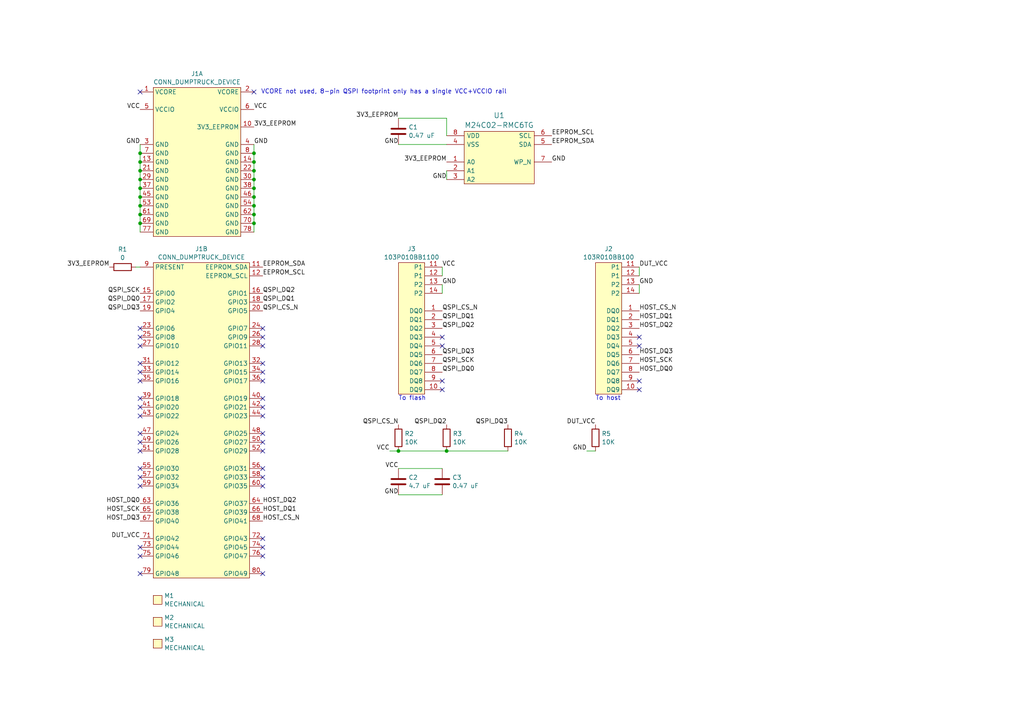
<source format=kicad_sch>
(kicad_sch (version 20231120) (generator "eeschema") (generator_version "8.0")
  (paper "A4")
  (lib_symbols
    (symbol "device:C" (pin_numbers hide) (pin_names (offset 0.254))
      (property "Reference" "C" (at 0.635 2.54 0))
      (property "Value" "C" (at 0.635 -2.54 0))
      (symbol "C_0_1"
        (polyline (pts (xy -2.032 -0.762) (xy 2.032 -0.762)) (stroke (width 0.508)))
        (polyline (pts (xy -2.032 0.762) (xy 2.032 0.762)) (stroke (width 0.508)))
      )
      (symbol "C_1_1"
        (pin passive line (at 0 3.81 270) (length 2.794) (name "~") (number "1"))
        (pin passive line (at 0 -3.81 90) (length 2.794) (name "~") (number "2"))
      )
    )
    (symbol "device:R" (pin_numbers hide) (pin_names (offset 0))
      (property "Reference" "R" (at 2.032 0 90))
      (property "Value" "R" (at 0 0 90))
      (symbol "R_0_1"
        (rectangle (start -1.016 -2.54) (end 1.016 2.54) (stroke (width 0.254)))
      )
      (symbol "R_1_1"
        (pin passive line (at 0 3.81 270) (length 1.27) (name "~") (number "1"))
        (pin passive line (at 0 -3.81 90) (length 1.27) (name "~") (number "2"))
      )
    )
    (symbol "memory-azonenberg:24Cxx-DFN8" (pin_names (offset 0.762))
      (property "Reference" "U" (at 13.97 16.51 0))
      (property "Value" "24Cxx-DFN8" (at 17.78 -1.27 0))
      (symbol "24Cxx-DFN8_1_1"
        (rectangle (start 0 0) (end 20.32 15.24) (fill (type background)))
        (pin input line (at -5.08 6.35 0) (length 5.08) (name "A0") (number "1"))
        (pin input line (at -5.08 3.81 0) (length 5.08) (name "A1") (number "2"))
        (pin input line (at -5.08 1.27 0) (length 5.08) (name "A2") (number "3"))
        (pin power_in line (at -5.08 11.43 0) (length 5.08) (name "VSS") (number "4"))
        (pin bidirectional line (at 25.4 11.43 180) (length 5.08) (name "SDA") (number "5"))
        (pin input line (at 25.4 13.97 180) (length 5.08) (name "SCL") (number "6"))
        (pin input line (at 25.4 6.35 180) (length 5.08) (name "WP_N") (number "7"))
        (pin power_in line (at -5.08 13.97 0) (length 5.08) (name "VDD") (number "8"))
      )
    )
    (symbol "special-azonenberg:CONN_AMPHENOL_103P010BB100_PWRIN"
      (property "Reference" "J" (at 0 -3.048 0))
      (property "Value" "103P010BB1100" (at 0 -1.27 0))
      (symbol "CONN_AMPHENOL_103P010BB100_PWRIN_1_1"
        (rectangle (start 0 38.1) (end 7.62 0) (fill (type background)))
        (pin bidirectional line (at -5.08 24.13 0) (length 5.08) (name "DQ0") (number "1"))
        (pin bidirectional line (at -5.08 1.27 0) (length 5.08) (name "DQ9") (number "10"))
        (pin power_in line (at -5.08 36.83 0) (length 5.08) (name "P1") (number "11"))
        (pin power_in line (at -5.08 34.29 0) (length 5.08) (name "P1") (number "12"))
        (pin power_in line (at -5.08 31.75 0) (length 5.08) (name "P2") (number "13"))
        (pin power_in line (at -5.08 29.21 0) (length 5.08) (name "P2") (number "14"))
        (pin bidirectional line (at -5.08 21.59 0) (length 5.08) (name "DQ1") (number "2"))
        (pin bidirectional line (at -5.08 19.05 0) (length 5.08) (name "DQ2") (number "3"))
        (pin bidirectional line (at -5.08 16.51 0) (length 5.08) (name "DQ3") (number "4"))
        (pin bidirectional line (at -5.08 13.97 0) (length 5.08) (name "DQ4") (number "5"))
        (pin bidirectional line (at -5.08 11.43 0) (length 5.08) (name "DQ5") (number "6"))
        (pin bidirectional line (at -5.08 8.89 0) (length 5.08) (name "DQ6") (number "7"))
        (pin bidirectional line (at -5.08 6.35 0) (length 5.08) (name "DQ7") (number "8"))
        (pin bidirectional line (at -5.08 3.81 0) (length 5.08) (name "DQ8") (number "9"))
      )
    )
    (symbol "special-azonenberg:CONN_AMPHENOL_103R010BB100_PWROUT"
      (property "Reference" "J" (at 0 -3.048 0))
      (property "Value" "103R010BB100" (at 0 -1.27 0))
      (symbol "CONN_AMPHENOL_103R010BB100_PWROUT_1_1"
        (rectangle (start 0 38.1) (end 7.62 0) (fill (type background)))
        (pin bidirectional line (at -5.08 24.13 0) (length 5.08) (name "DQ0") (number "1"))
        (pin bidirectional line (at -5.08 1.27 0) (length 5.08) (name "DQ9") (number "10"))
        (pin power_out line (at -5.08 36.83 0) (length 5.08) (name "P1") (number "11"))
        (pin power_in line (at -5.08 34.29 0) (length 5.08) (name "P1") (number "12"))
        (pin power_out line (at -5.08 31.75 0) (length 5.08) (name "P2") (number "13"))
        (pin power_in line (at -5.08 29.21 0) (length 5.08) (name "P2") (number "14"))
        (pin bidirectional line (at -5.08 21.59 0) (length 5.08) (name "DQ1") (number "2"))
        (pin bidirectional line (at -5.08 19.05 0) (length 5.08) (name "DQ2") (number "3"))
        (pin bidirectional line (at -5.08 16.51 0) (length 5.08) (name "DQ3") (number "4"))
        (pin bidirectional line (at -5.08 13.97 0) (length 5.08) (name "DQ4") (number "5"))
        (pin bidirectional line (at -5.08 11.43 0) (length 5.08) (name "DQ5") (number "6"))
        (pin bidirectional line (at -5.08 8.89 0) (length 5.08) (name "DQ6") (number "7"))
        (pin bidirectional line (at -5.08 6.35 0) (length 5.08) (name "DQ7") (number "8"))
        (pin bidirectional line (at -5.08 3.81 0) (length 5.08) (name "DQ8") (number "9"))
      )
    )
    (symbol "special-azonenberg:CONN_DUMPTRUCK_DEVICE"
      (property "Reference" "J" (at 0 -3.048 0))
      (property "Value" "CONN_DUMPTRUCK_DEVICE" (at -0.508 -5.334 0))
      (symbol "CONN_DUMPTRUCK_DEVICE_1_1"
        (rectangle (start 0 43.18) (end 25.4 0) (fill (type background)))
        (pin power_in line (at -3.81 41.91 0) (length 3.81) (name "VCORE") (number "1"))
        (pin power_out line (at 29.21 31.75 180) (length 3.81) (name "3V3_EEPROM") (number "10"))
        (pin power_in line (at -3.81 21.59 0) (length 3.81) (name "GND") (number "13"))
        (pin power_in line (at 29.21 21.59 180) (length 3.81) (name "GND") (number "14"))
        (pin power_out line (at 29.21 41.91 180) (length 3.81) (name "VCORE") (number "2"))
        (pin power_in line (at -3.81 19.05 0) (length 3.81) (name "GND") (number "21"))
        (pin power_in line (at 29.21 19.05 180) (length 3.81) (name "GND") (number "22"))
        (pin power_in line (at -3.81 16.51 0) (length 3.81) (name "GND") (number "29"))
        (pin power_in line (at -3.81 26.67 0) (length 3.81) (name "GND") (number "3"))
        (pin power_in line (at 29.21 16.51 180) (length 3.81) (name "GND") (number "30"))
        (pin power_in line (at -3.81 13.97 0) (length 3.81) (name "GND") (number "37"))
        (pin power_in line (at 29.21 13.97 180) (length 3.81) (name "GND") (number "38"))
        (pin power_out line (at 29.21 26.67 180) (length 3.81) (name "GND") (number "4"))
        (pin power_in line (at -3.81 11.43 0) (length 3.81) (name "GND") (number "45"))
        (pin power_in line (at 29.21 11.43 180) (length 3.81) (name "GND") (number "46"))
        (pin power_in line (at -3.81 36.83 0) (length 3.81) (name "VCCIO") (number "5"))
        (pin power_in line (at -3.81 8.89 0) (length 3.81) (name "GND") (number "53"))
        (pin power_in line (at 29.21 8.89 180) (length 3.81) (name "GND") (number "54"))
        (pin power_out line (at 29.21 36.83 180) (length 3.81) (name "VCCIO") (number "6"))
        (pin power_in line (at -3.81 6.35 0) (length 3.81) (name "GND") (number "61"))
        (pin power_in line (at 29.21 6.35 180) (length 3.81) (name "GND") (number "62"))
        (pin power_in line (at -3.81 3.81 0) (length 3.81) (name "GND") (number "69"))
        (pin power_in line (at -3.81 24.13 0) (length 3.81) (name "GND") (number "7"))
        (pin power_in line (at 29.21 3.81 180) (length 3.81) (name "GND") (number "70"))
        (pin power_in line (at -3.81 1.27 0) (length 3.81) (name "GND") (number "77"))
        (pin power_in line (at 29.21 1.27 180) (length 3.81) (name "GND") (number "78"))
        (pin power_in line (at 29.21 24.13 180) (length 3.81) (name "GND") (number "8"))
      )
      (symbol "CONN_DUMPTRUCK_DEVICE_2_1"
        (rectangle (start 0 91.44) (end 27.94 0) (fill (type background)))
        (pin bidirectional line (at 31.75 90.17 180) (length 3.81) (name "EEPROM_SDA") (number "11"))
        (pin bidirectional line (at 31.75 87.63 180) (length 3.81) (name "EEPROM_SCL") (number "12"))
        (pin bidirectional line (at -3.81 82.55 0) (length 3.81) (name "GPIO0") (number "15"))
        (pin bidirectional line (at 31.75 82.55 180) (length 3.81) (name "GPIO1") (number "16"))
        (pin bidirectional line (at -3.81 80.01 0) (length 3.81) (name "GPIO2") (number "17"))
        (pin bidirectional line (at 31.75 80.01 180) (length 3.81) (name "GPIO3") (number "18"))
        (pin bidirectional line (at -3.81 77.47 0) (length 3.81) (name "GPIO4") (number "19"))
        (pin bidirectional line (at 31.75 77.47 180) (length 3.81) (name "GPIO5") (number "20"))
        (pin bidirectional line (at -3.81 72.39 0) (length 3.81) (name "GPIO6") (number "23"))
        (pin bidirectional line (at 31.75 72.39 180) (length 3.81) (name "GPIO7") (number "24"))
        (pin bidirectional line (at -3.81 69.85 0) (length 3.81) (name "GPIO8") (number "25"))
        (pin bidirectional line (at 31.75 69.85 180) (length 3.81) (name "GPIO9") (number "26"))
        (pin bidirectional line (at -3.81 67.31 0) (length 3.81) (name "GPIO10") (number "27"))
        (pin bidirectional line (at 31.75 67.31 180) (length 3.81) (name "GPIO11") (number "28"))
        (pin bidirectional line (at -3.81 62.23 0) (length 3.81) (name "GPIO12") (number "31"))
        (pin bidirectional line (at 31.75 62.23 180) (length 3.81) (name "GPIO13") (number "32"))
        (pin bidirectional line (at -3.81 59.69 0) (length 3.81) (name "GPIO14") (number "33"))
        (pin bidirectional line (at 31.75 59.69 180) (length 3.81) (name "GPIO15") (number "34"))
        (pin bidirectional line (at -3.81 57.15 0) (length 3.81) (name "GPIO16") (number "35"))
        (pin bidirectional line (at 31.75 57.15 180) (length 3.81) (name "GPIO17") (number "36"))
        (pin bidirectional line (at -3.81 52.07 0) (length 3.81) (name "GPIO18") (number "39"))
        (pin bidirectional line (at 31.75 52.07 180) (length 3.81) (name "GPIO19") (number "40"))
        (pin bidirectional line (at -3.81 49.53 0) (length 3.81) (name "GPIO20") (number "41"))
        (pin bidirectional line (at 31.75 49.53 180) (length 3.81) (name "GPIO21") (number "42"))
        (pin bidirectional line (at -3.81 46.99 0) (length 3.81) (name "GPIO22") (number "43"))
        (pin bidirectional line (at 31.75 46.99 180) (length 3.81) (name "GPIO23") (number "44"))
        (pin bidirectional line (at -3.81 41.91 0) (length 3.81) (name "GPIO24") (number "47"))
        (pin bidirectional line (at 31.75 41.91 180) (length 3.81) (name "GPIO25") (number "48"))
        (pin bidirectional line (at -3.81 39.37 0) (length 3.81) (name "GPIO26") (number "49"))
        (pin bidirectional line (at 31.75 39.37 180) (length 3.81) (name "GPIO27") (number "50"))
        (pin bidirectional line (at -3.81 36.83 0) (length 3.81) (name "GPIO28") (number "51"))
        (pin bidirectional line (at 31.75 36.83 180) (length 3.81) (name "GPIO29") (number "52"))
        (pin bidirectional line (at -3.81 31.75 0) (length 3.81) (name "GPIO30") (number "55"))
        (pin bidirectional line (at 31.75 31.75 180) (length 3.81) (name "GPIO31") (number "56"))
        (pin bidirectional line (at -3.81 29.21 0) (length 3.81) (name "GPIO32") (number "57"))
        (pin bidirectional line (at 31.75 29.21 180) (length 3.81) (name "GPIO33") (number "58"))
        (pin bidirectional line (at -3.81 26.67 0) (length 3.81) (name "GPIO34") (number "59"))
        (pin bidirectional line (at 31.75 26.67 180) (length 3.81) (name "GPIO35") (number "60"))
        (pin bidirectional line (at -3.81 21.59 0) (length 3.81) (name "GPIO36") (number "63"))
        (pin bidirectional line (at 31.75 21.59 180) (length 3.81) (name "GPIO37") (number "64"))
        (pin bidirectional line (at -3.81 19.05 0) (length 3.81) (name "GPIO38") (number "65"))
        (pin bidirectional line (at 31.75 19.05 180) (length 3.81) (name "GPIO39") (number "66"))
        (pin bidirectional line (at -3.81 16.51 0) (length 3.81) (name "GPIO40") (number "67"))
        (pin bidirectional line (at 31.75 16.51 180) (length 3.81) (name "GPIO41") (number "68"))
        (pin bidirectional line (at -3.81 11.43 0) (length 3.81) (name "GPIO42") (number "71"))
        (pin bidirectional line (at 31.75 11.43 180) (length 3.81) (name "GPIO43") (number "72"))
        (pin bidirectional line (at -3.81 8.89 0) (length 3.81) (name "GPIO44") (number "73"))
        (pin bidirectional line (at 31.75 8.89 180) (length 3.81) (name "GPIO45") (number "74"))
        (pin bidirectional line (at -3.81 6.35 0) (length 3.81) (name "GPIO46") (number "75"))
        (pin bidirectional line (at 31.75 6.35 180) (length 3.81) (name "GPIO47") (number "76"))
        (pin bidirectional line (at -3.81 1.27 0) (length 3.81) (name "GPIO48") (number "79"))
        (pin bidirectional line (at 31.75 1.27 180) (length 3.81) (name "GPIO49") (number "80"))
        (pin bidirectional line (at -3.81 90.17 0) (length 3.81) (name "PRESENT") (number "9"))
      )
    )
    (symbol "special-azonenberg:MECHANICAL" (pin_names (offset 1.016))
      (property "Reference" "M" (at 0 -2.54 0))
      (property "Value" "MECHANICAL" (at 0 -5.08 0))
      (symbol "MECHANICAL_0_1"
        (rectangle (start 0 1.27) (end 2.54 -1.27) (fill (type background)))
      )
    )
  )
  (junction (at 40.64 57.15))
  (junction (at 73.66 59.69))
  (junction (at 73.66 46.99))
  (junction (at 73.66 44.45))
  (junction (at 40.64 62.23))
  (junction (at 40.64 46.99))
  (junction (at 40.64 54.61))
  (junction (at 40.64 44.45))
  (junction (at 115.57 130.81))
  (junction (at 73.66 62.23))
  (junction (at 73.66 54.61))
  (junction (at 40.64 52.07))
  (junction (at 129.54 130.81))
  (junction (at 73.66 64.77))
  (junction (at 73.66 57.15))
  (junction (at 73.66 52.07))
  (junction (at 40.64 59.69))
  (junction (at 73.66 49.53))
  (junction (at 40.64 49.53))
  (junction (at 40.64 64.77))
  (no_connect (at 76.2 156.21))
  (no_connect (at 76.2 128.27))
  (no_connect (at 128.27 113.03))
  (no_connect (at 40.64 118.11))
  (no_connect (at 73.66 26.67))
  (no_connect (at 40.64 135.89))
  (no_connect (at 40.64 105.41))
  (no_connect (at 128.27 110.49))
  (no_connect (at 76.2 118.11))
  (no_connect (at 185.42 97.79))
  (no_connect (at 40.64 110.49))
  (no_connect (at 40.64 130.81))
  (no_connect (at 76.2 115.57))
  (no_connect (at 185.42 110.49))
  (no_connect (at 76.2 166.37))
  (no_connect (at 185.42 100.33))
  (no_connect (at 76.2 158.75))
  (no_connect (at 40.64 138.43))
  (no_connect (at 128.27 97.79))
  (no_connect (at 185.42 113.03))
  (no_connect (at 40.64 97.79))
  (no_connect (at 76.2 130.81))
  (no_connect (at 76.2 95.25))
  (no_connect (at 40.64 158.75))
  (no_connect (at 40.64 140.97))
  (no_connect (at 40.64 26.67))
  (no_connect (at 40.64 161.29))
  (no_connect (at 76.2 140.97))
  (no_connect (at 40.64 115.57))
  (no_connect (at 40.64 95.25))
  (no_connect (at 76.2 107.95))
  (no_connect (at 76.2 135.89))
  (no_connect (at 76.2 105.41))
  (no_connect (at 40.64 107.95))
  (no_connect (at 40.64 125.73))
  (no_connect (at 76.2 97.79))
  (no_connect (at 40.64 128.27))
  (no_connect (at 128.27 100.33))
  (no_connect (at 76.2 100.33))
  (no_connect (at 40.64 120.65))
  (no_connect (at 76.2 110.49))
  (no_connect (at 76.2 161.29))
  (no_connect (at 76.2 138.43))
  (no_connect (at 76.2 125.73))
  (no_connect (at 40.64 100.33))
  (no_connect (at 40.64 166.37))
  (no_connect (at 76.2 120.65))
  (wire (pts (xy 40.64 59.69) (xy 40.64 62.23)))
  (wire (pts (xy 40.64 41.91) (xy 40.64 44.45)))
  (wire (pts (xy 73.66 52.07) (xy 73.66 54.61)))
  (wire (pts (xy 73.66 54.61) (xy 73.66 57.15)))
  (wire (pts (xy 73.66 62.23) (xy 73.66 64.77)))
  (wire (pts (xy 73.66 64.77) (xy 73.66 67.31)))
  (wire (pts (xy 73.66 46.99) (xy 73.66 49.53)))
  (wire (pts (xy 40.64 57.15) (xy 40.64 59.69)))
  (wire (pts (xy 129.54 49.53) (xy 129.54 52.07)))
  (wire (pts (xy 115.57 34.29) (xy 129.54 34.29)))
  (wire (pts (xy 115.57 143.51) (xy 128.27 143.51)))
  (wire (pts (xy 39.37 77.47) (xy 40.64 77.47)))
  (wire (pts (xy 73.66 57.15) (xy 73.66 59.69)))
  (wire (pts (xy 40.64 54.61) (xy 40.64 57.15)))
  (wire (pts (xy 128.27 82.55) (xy 128.27 85.09)))
  (wire (pts (xy 115.57 41.91) (xy 129.54 41.91)))
  (wire (pts (xy 73.66 59.69) (xy 73.66 62.23)))
  (wire (pts (xy 170.18 130.81) (xy 172.72 130.81)))
  (wire (pts (xy 73.66 49.53) (xy 73.66 52.07)))
  (wire (pts (xy 185.42 77.47) (xy 185.42 80.01)))
  (wire (pts (xy 40.64 64.77) (xy 40.64 67.31)))
  (wire (pts (xy 129.54 34.29) (xy 129.54 39.37)))
  (wire (pts (xy 40.64 46.99) (xy 40.64 49.53)))
  (wire (pts (xy 185.42 82.55) (xy 185.42 85.09)))
  (wire (pts (xy 40.64 62.23) (xy 40.64 64.77)))
  (wire (pts (xy 40.64 44.45) (xy 40.64 46.99)))
  (wire (pts (xy 128.27 77.47) (xy 128.27 80.01)))
  (wire (pts (xy 73.66 41.91) (xy 73.66 44.45)))
  (wire (pts (xy 115.57 135.89) (xy 128.27 135.89)))
  (wire (pts (xy 40.64 52.07) (xy 40.64 54.61)))
  (wire (pts (xy 113.03 130.81) (xy 115.57 130.81)))
  (wire (pts (xy 115.57 130.81) (xy 129.54 130.81)))
  (wire (pts (xy 73.66 44.45) (xy 73.66 46.99)))
  (wire (pts (xy 40.64 49.53) (xy 40.64 52.07)))
  (wire (pts (xy 129.54 130.81) (xy 147.32 130.81)))
  (text "To host" (at 172.72 115.57 0) (effects (font (size 1.27 1.27)) (justify left)))
  (text "VCORE not used, 8-pin QSPI footprint only has a single VCC+VCCIO rail" (at 75.692 26.67 0) (effects (font (size 1.27 1.27)) (justify left)))
  (text "To flash" (at 115.57 115.57 0) (effects (font (size 1.27 1.27)) (justify left)))
  (label "QSPI_DQ0" (at 128.27 107.95 0))
  (label "DUT_VCC" (at 40.64 156.21 180))
  (label "HOST_CS_N" (at 76.2 151.13 0))
  (label "3V3_EEPROM" (at 31.75 77.47 180))
  (label "VCC" (at 73.66 31.75 0))
  (label "GND" (at 115.57 143.51 180))
  (label "EEPROM_SDA" (at 160.02 41.91 0))
  (label "EEPROM_SCL" (at 160.02 39.37 0))
  (label "QSPI_CS_N" (at 76.2 90.17 0))
  (label "QSPI_DQ1" (at 128.27 92.71 0))
  (label "HOST_DQ2" (at 185.42 95.25 0))
  (label "GND" (at 40.64 41.91 180))
  (label "QSPI_DQ0" (at 40.64 87.63 180))
  (label "VCC" (at 128.27 77.47 0))
  (label "HOST_DQ0" (at 185.42 107.95 0))
  (label "GND" (at 128.27 82.55 0))
  (label "GND" (at 160.02 46.99 0))
  (label "QSPI_DQ2" (at 76.2 85.09 0))
  (label "HOST_DQ1" (at 185.42 92.71 0))
  (label "QSPI_DQ2" (at 128.27 95.25 0))
  (label "HOST_DQ3" (at 40.64 151.13 180))
  (label "QSPI_SCK" (at 40.64 85.09 180))
  (label "VCC" (at 113.03 130.81 180))
  (label "QSPI_DQ1" (at 76.2 87.63 0))
  (label "DUT_VCC" (at 185.42 77.47 0))
  (label "QSPI_CS_N" (at 128.27 90.17 0))
  (label "GND" (at 129.54 52.07 180))
  (label "EEPROM_SCL" (at 76.2 80.01 0))
  (label "QSPI_DQ3" (at 128.27 102.87 0))
  (label "HOST_DQ1" (at 76.2 148.59 0))
  (label "QSPI_DQ2" (at 129.54 123.19 180))
  (label "HOST_DQ0" (at 40.64 146.05 180))
  (label "3V3_EEPROM" (at 73.66 36.83 0))
  (label "GND" (at 170.18 130.81 180))
  (label "QSPI_CS_N" (at 115.57 123.19 180))
  (label "3V3_EEPROM" (at 129.54 46.99 180))
  (label "EEPROM_SDA" (at 76.2 77.47 0))
  (label "HOST_SCK" (at 40.64 148.59 180))
  (label "QSPI_DQ3" (at 40.64 90.17 180))
  (label "GND" (at 185.42 82.55 0))
  (label "HOST_CS_N" (at 185.42 90.17 0))
  (label "VCC" (at 115.57 135.89 180))
  (label "HOST_DQ2" (at 76.2 146.05 0))
  (label "HOST_SCK" (at 185.42 105.41 0))
  (label "GND" (at 73.66 41.91 0))
  (label "VCC" (at 40.64 31.75 180))
  (label "HOST_DQ3" (at 185.42 102.87 0))
  (label "QSPI_SCK" (at 128.27 105.41 0))
  (label "GND" (at 115.57 41.91 180))
  (label "3V3_EEPROM" (at 115.57 34.29 180))
  (label "DUT_VCC" (at 172.72 123.19 180))
  (label "QSPI_DQ3" (at 147.32 123.19 180))
  (symbol (lib_id "special-azonenberg:MECHANICAL") (at 44.45 173.99 0) (unit 1)
    (property "Reference" "M1" (at 47.625 172.7778 0) (effects (justify left)))
    (property "Value" "MECHANICAL" (at 47.625 175.2021 0) (effects (justify left)))
    (property "Footprint" "w_logo:Logo_silk_ROHS_5x2.8mm" (effects (hide yes)))
  )
  (symbol (lib_id "device:C") (at 115.57 139.7 0) (unit 1)
    (property "Reference" "C2" (at 118.491 138.4878 0) (effects (justify left)))
    (property "Value" "4.7 uF" (at 118.491 140.9121 0) (effects (justify left)))
    (property "Footprint" "azonenberg_pcb:EIA_0603_CAP_NOSILK" (effects (hide yes)))
    (property "Description" "Unpolarized capacitor" (effects (hide yes)))
  )
  (symbol (lib_id "special-azonenberg:CONN_AMPHENOL_103R010BB100_PWROUT") (at 180.34 114.3 0) (mirror y) (unit 1)
    (property "Reference" "J2" (at 176.53 72.1825 0))
    (property "Value" "103R010BB100" (at 176.53 74.6068 0))
    (property "Footprint" "azonenberg_pcb:CONN_AMPHENOL_103R010BB100" (effects (hide yes)))
  )
  (symbol (lib_id "device:R") (at 129.54 127 0) (unit 1)
    (property "Reference" "R3" (at 131.318 125.7878 0) (effects (justify left)))
    (property "Value" "10K" (at 131.318 128.2121 0) (effects (justify left)))
    (property "Footprint" "azonenberg_pcb:EIA_0402_RES_NOSILK" (effects (hide yes)))
    (property "Description" "Resistor" (effects (hide yes)))
  )
  (symbol (lib_id "device:R") (at 172.72 127 0) (unit 1)
    (property "Reference" "R5" (at 174.498 125.7878 0) (effects (justify left)))
    (property "Value" "10K" (at 174.498 128.2121 0) (effects (justify left)))
    (property "Footprint" "azonenberg_pcb:EIA_0402_RES_NOSILK" (effects (hide yes)))
    (property "Description" "Resistor" (effects (hide yes)))
  )
  (symbol (lib_id "special-azonenberg:CONN_AMPHENOL_103P010BB100_PWRIN") (at 123.19 114.3 0) (mirror y) (unit 1)
    (property "Reference" "J3" (at 119.38 72.1825 0))
    (property "Value" "103P010BB1100" (at 119.38 74.6068 0))
    (property "Footprint" "azonenberg_pcb:CONN_AMPHENOL_103P010BB100" (effects (hide yes)))
  )
  (symbol (lib_id "device:C") (at 128.27 139.7 0) (unit 1)
    (property "Reference" "C3" (at 131.191 138.4878 0) (effects (justify left)))
    (property "Value" "0.47 uF" (at 131.191 140.9121 0) (effects (justify left)))
    (property "Footprint" "azonenberg_pcb:EIA_0402_CAP_NOSILK" (effects (hide yes)))
    (property "Description" "Unpolarized capacitor" (effects (hide yes)))
  )
  (symbol (lib_id "device:R") (at 115.57 127 0) (unit 1)
    (property "Reference" "R2" (at 117.348 125.7878 0) (effects (justify left)))
    (property "Value" "10K" (at 117.348 128.2121 0) (effects (justify left)))
    (property "Footprint" "azonenberg_pcb:EIA_0402_RES_NOSILK" (effects (hide yes)))
    (property "Description" "Resistor" (effects (hide yes)))
  )
  (symbol (lib_id "special-azonenberg:MECHANICAL") (at 44.45 186.69 0) (unit 1)
    (property "Reference" "M3" (at 47.625 185.4778 0) (effects (justify left)))
    (property "Value" "MECHANICAL" (at 47.625 187.9021 0) (effects (justify left)))
    (property "Footprint" "w_logo:Logo_silk_WEEE_3.4x5mm" (effects (hide yes)))
  )
  (symbol (lib_id "memory-azonenberg:24Cxx-DFN8") (at 134.62 53.34 0) (unit 1)
    (property "Reference" "U1" (at 144.78 33.4696 0) (effects (font (size 1.524 1.524))))
    (property "Value" "M24C02-RMC6TG" (at 144.78 36.3025 0) (effects (font (size 1.524 1.524))))
    (property "Footprint" "azonenberg_pcb:DFN_8_0.5MM_2x3MM_TALL" (effects (hide yes)))
    (property "Description" "I2C Serial EEPROM with MAC address" (effects (hide yes)))
  )
  (symbol (lib_id "special-azonenberg:CONN_DUMPTRUCK_DEVICE") (at 44.45 167.64 0) (unit 2)
    (property "Reference" "J1" (at 58.42 72.1825 0))
    (property "Value" "CONN_DUMPTRUCK_DEVICE" (at 58.42 74.6068 0))
    (property "Footprint" "azonenberg_pcb:CONN_SAMTEC_BSE-040-01-L-D-A-TR" (effects (hide yes)))
  )
  (symbol (lib_id "device:R") (at 147.32 127 0) (unit 1)
    (property "Reference" "R4" (at 149.098 125.7878 0) (effects (justify left)))
    (property "Value" "10K" (at 149.098 128.2121 0) (effects (justify left)))
    (property "Footprint" "azonenberg_pcb:EIA_0402_RES_NOSILK" (effects (hide yes)))
    (property "Description" "Resistor" (effects (hide yes)))
  )
  (symbol (lib_id "special-azonenberg:CONN_DUMPTRUCK_DEVICE") (at 44.45 68.58 0) (unit 1)
    (property "Reference" "J1" (at 57.15 21.3825 0))
    (property "Value" "CONN_DUMPTRUCK_DEVICE" (at 57.15 23.8068 0))
    (property "Footprint" "azonenberg_pcb:CONN_SAMTEC_BSE-040-01-L-D-A-TR" (effects (hide yes)))
  )
  (symbol (lib_id "special-azonenberg:MECHANICAL") (at 44.45 180.34 0) (unit 1)
    (property "Reference" "M2" (at 47.625 179.1278 0) (effects (justify left)))
    (property "Value" "MECHANICAL" (at 47.625 181.5521 0) (effects (justify left)))
    (property "Footprint" "w_logo:Logo_silk_OSHW_6x6mm" (effects (hide yes)))
  )
  (symbol (lib_id "device:R") (at 35.56 77.47 90) (unit 1)
    (property "Reference" "R1" (at 35.56 72.3095 90))
    (property "Value" "0" (at 35.56 74.7338 90))
    (property "Footprint" "azonenberg_pcb:EIA_0402_RES_NOSILK" (effects (hide yes)))
    (property "Description" "Resistor" (effects (hide yes)))
  )
  (symbol (lib_id "device:C") (at 115.57 38.1 0) (unit 1)
    (property "Reference" "C1" (at 118.491 36.8878 0) (effects (justify left)))
    (property "Value" "0.47 uF" (at 118.491 39.3121 0) (effects (justify left)))
    (property "Footprint" "azonenberg_pcb:EIA_0402_CAP_NOSILK" (effects (hide yes)))
    (property "Description" "Unpolarized capacitor" (effects (hide yes)))
  )
)
</source>
